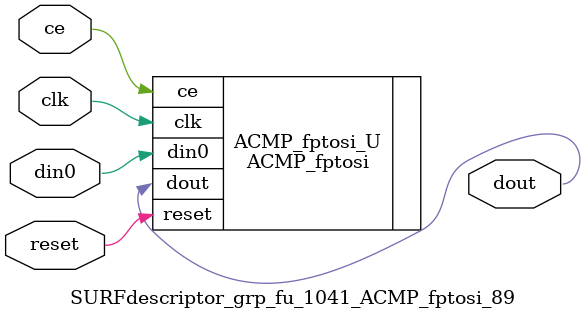
<source format=v>

`timescale 1 ns / 1 ps
module SURFdescriptor_grp_fu_1041_ACMP_fptosi_89(
    clk,
    reset,
    ce,
    din0,
    dout);

parameter ID = 32'd1;
parameter NUM_STAGE = 32'd1;
parameter din0_WIDTH = 32'd1;
parameter dout_WIDTH = 32'd1;
input clk;
input reset;
input ce;
input[din0_WIDTH - 1:0] din0;
output[dout_WIDTH - 1:0] dout;



ACMP_fptosi #(
.ID( ID ),
.NUM_STAGE( 3 ),
.din0_WIDTH( din0_WIDTH ),
.dout_WIDTH( dout_WIDTH ))
ACMP_fptosi_U(
    .clk( clk ),
    .reset( reset ),
    .ce( ce ),
    .din0( din0 ),
    .dout( dout ));

endmodule

</source>
